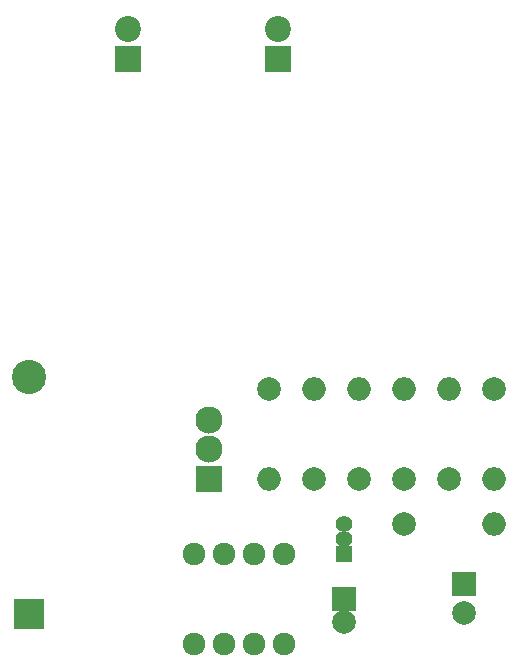
<source format=gbs>
G04 #@! TF.FileFunction,Soldermask,Bot*
%FSLAX46Y46*%
G04 Gerber Fmt 4.6, Leading zero omitted, Abs format (unit mm)*
G04 Created by KiCad (PCBNEW 4.0.7) date 04/29/18 15:08:31*
%MOMM*%
%LPD*%
G01*
G04 APERTURE LIST*
%ADD10C,0.100000*%
%ADD11R,2.200000X2.200000*%
%ADD12C,2.200000*%
%ADD13C,1.924000*%
%ADD14R,2.000000X2.000000*%
%ADD15C,2.000000*%
%ADD16R,1.400000X1.400000*%
%ADD17C,1.400000*%
%ADD18O,2.000000X2.000000*%
%ADD19R,2.570000X2.570000*%
%ADD20C,2.900000*%
%ADD21R,2.300000X2.300000*%
%ADD22C,2.300000*%
G04 APERTURE END LIST*
D10*
D11*
X147574000Y-74930000D03*
D12*
X147574000Y-72390000D03*
D13*
X153162000Y-124460000D03*
X155702000Y-124460000D03*
X158242000Y-124460000D03*
X160782000Y-124460000D03*
X160782000Y-116840000D03*
X158242000Y-116840000D03*
X155702000Y-116840000D03*
X153162000Y-116840000D03*
D14*
X165862000Y-120650000D03*
D15*
X165862000Y-122650000D03*
D14*
X176022000Y-119380000D03*
D15*
X176022000Y-121880000D03*
D11*
X160274000Y-74930000D03*
D12*
X160274000Y-72390000D03*
D16*
X165862000Y-116840000D03*
D17*
X165862000Y-115570000D03*
X165862000Y-114300000D03*
D15*
X159512000Y-102870000D03*
D18*
X159512000Y-110490000D03*
D15*
X163322000Y-110490000D03*
D18*
X163322000Y-102870000D03*
D15*
X174752000Y-110490000D03*
D18*
X174752000Y-102870000D03*
D15*
X178562000Y-102870000D03*
D18*
X178562000Y-110490000D03*
D15*
X170942000Y-114300000D03*
D18*
X178562000Y-114300000D03*
D15*
X167132000Y-110490000D03*
D18*
X167132000Y-102870000D03*
D15*
X170942000Y-110490000D03*
D18*
X170942000Y-102870000D03*
D19*
X139192000Y-121920000D03*
D20*
X139192000Y-101920000D03*
D21*
X154432000Y-110490000D03*
D22*
X154432000Y-107990000D03*
X154432000Y-105490000D03*
M02*

</source>
